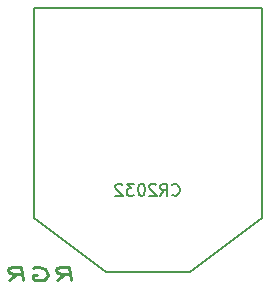
<source format=gbo>
G04 (created by PCBNEW (2013-05-31 BZR 4019)-stable) date 10/6/2013 10:31:21 PM*
%MOIN*%
G04 Gerber Fmt 3.4, Leading zero omitted, Abs format*
%FSLAX34Y34*%
G01*
G70*
G90*
G04 APERTURE LIST*
%ADD10C,0.00590551*%
%ADD11C,0.01125*%
G04 APERTURE END LIST*
G54D10*
G54D11*
X25797Y-33882D02*
X26036Y-33667D01*
X26254Y-33882D02*
X26197Y-33432D01*
X25893Y-33432D01*
X25819Y-33453D01*
X25784Y-33475D01*
X25751Y-33517D01*
X25759Y-33582D01*
X25802Y-33625D01*
X25843Y-33646D01*
X25922Y-33667D01*
X26227Y-33667D01*
X24981Y-33453D02*
X25055Y-33432D01*
X25169Y-33432D01*
X25286Y-33453D01*
X25367Y-33496D01*
X25411Y-33539D01*
X25460Y-33625D01*
X25468Y-33689D01*
X25440Y-33775D01*
X25408Y-33817D01*
X25337Y-33860D01*
X25225Y-33882D01*
X25149Y-33882D01*
X25032Y-33860D01*
X24991Y-33839D01*
X24972Y-33689D01*
X25125Y-33689D01*
X24197Y-33882D02*
X24436Y-33667D01*
X24654Y-33882D02*
X24597Y-33432D01*
X24293Y-33432D01*
X24219Y-33453D01*
X24184Y-33475D01*
X24151Y-33517D01*
X24159Y-33582D01*
X24202Y-33625D01*
X24243Y-33646D01*
X24322Y-33667D01*
X24627Y-33667D01*
G54D10*
X25000Y-28400D02*
X25000Y-24800D01*
X25000Y-24800D02*
X32600Y-24800D01*
X32600Y-24800D02*
X32600Y-28400D01*
X32600Y-28400D02*
X32600Y-31800D01*
X32600Y-31800D02*
X30200Y-33600D01*
X30200Y-33600D02*
X27400Y-33600D01*
X27400Y-33600D02*
X25000Y-31800D01*
X25000Y-31800D02*
X25000Y-28400D01*
X29624Y-31021D02*
X29643Y-31040D01*
X29699Y-31059D01*
X29737Y-31059D01*
X29793Y-31040D01*
X29831Y-31003D01*
X29849Y-30965D01*
X29868Y-30890D01*
X29868Y-30834D01*
X29849Y-30759D01*
X29831Y-30721D01*
X29793Y-30684D01*
X29737Y-30665D01*
X29699Y-30665D01*
X29643Y-30684D01*
X29624Y-30703D01*
X29231Y-31059D02*
X29362Y-30871D01*
X29456Y-31059D02*
X29456Y-30665D01*
X29306Y-30665D01*
X29268Y-30684D01*
X29249Y-30703D01*
X29231Y-30740D01*
X29231Y-30796D01*
X29249Y-30834D01*
X29268Y-30853D01*
X29306Y-30871D01*
X29456Y-30871D01*
X29081Y-30703D02*
X29062Y-30684D01*
X29024Y-30665D01*
X28931Y-30665D01*
X28893Y-30684D01*
X28874Y-30703D01*
X28856Y-30740D01*
X28856Y-30778D01*
X28874Y-30834D01*
X29099Y-31059D01*
X28856Y-31059D01*
X28612Y-30665D02*
X28575Y-30665D01*
X28537Y-30684D01*
X28518Y-30703D01*
X28500Y-30740D01*
X28481Y-30815D01*
X28481Y-30909D01*
X28500Y-30984D01*
X28518Y-31021D01*
X28537Y-31040D01*
X28575Y-31059D01*
X28612Y-31059D01*
X28650Y-31040D01*
X28668Y-31021D01*
X28687Y-30984D01*
X28706Y-30909D01*
X28706Y-30815D01*
X28687Y-30740D01*
X28668Y-30703D01*
X28650Y-30684D01*
X28612Y-30665D01*
X28350Y-30665D02*
X28106Y-30665D01*
X28237Y-30815D01*
X28181Y-30815D01*
X28143Y-30834D01*
X28125Y-30853D01*
X28106Y-30890D01*
X28106Y-30984D01*
X28125Y-31021D01*
X28143Y-31040D01*
X28181Y-31059D01*
X28293Y-31059D01*
X28331Y-31040D01*
X28350Y-31021D01*
X27956Y-30703D02*
X27937Y-30684D01*
X27900Y-30665D01*
X27806Y-30665D01*
X27768Y-30684D01*
X27750Y-30703D01*
X27731Y-30740D01*
X27731Y-30778D01*
X27750Y-30834D01*
X27975Y-31059D01*
X27731Y-31059D01*
M02*

</source>
